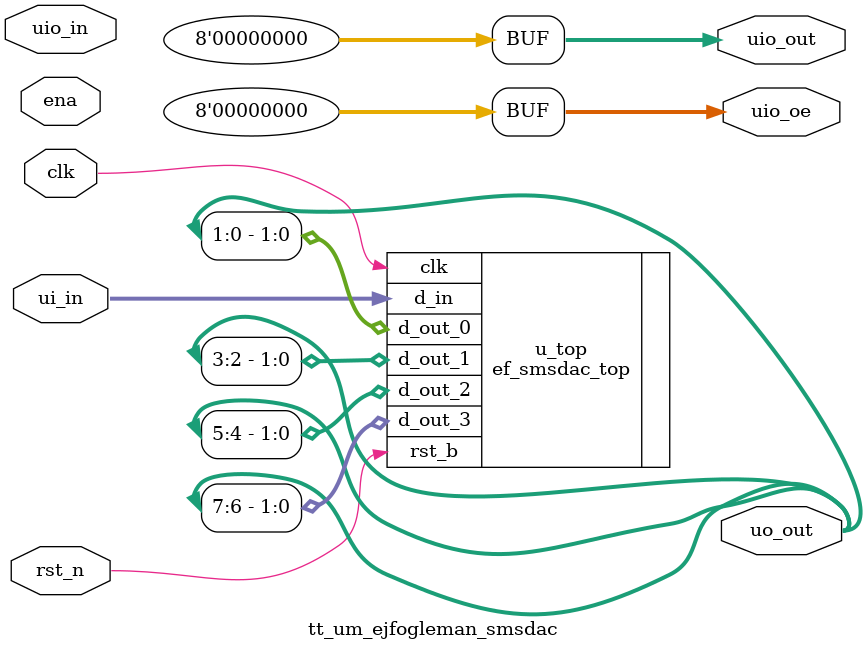
<source format=v>
/*
 * Copyright (c) 2024 Eric Fogleman
 * SPDX-License-Identifier: Apache-2.0
 *
 * TT project wrapper for ef_smsdac
 * 1-10 MHz Segmented mismatch-shaping DAC 
 * Input clock at 1-50 MHz 
 * 8-b unsigned input data on ui_in[7:0]; sync'd to clk (oversampled)
 * uo_out[7:0] connect to {8x, 4x, 2x, 1x} weight 3-level DACs
 * uio currently unused (create SPI data interface in future)
 */

`default_nettype none

module tt_um_ejfogleman_smsdac (
    input  wire [7:0] ui_in,    // Dedicated inputs
    output wire [7:0] uo_out,   // Dedicated outputs
    /* verilator lint_off UNUSEDSIGNAL */
    input  wire [7:0] uio_in,   // IOs: Input path
    /* verilator lint_on UNUSEDSIGNAL */
    output wire [7:0] uio_out,  // IOs: Output path
    output wire [7:0] uio_oe,   // IOs: Enable path (active high: 0=input, 1=output)
    /* verilator lint_off UNUSEDSIGNAL */
    input  wire       ena,      // will go high when the design is enabled
    /* verilator lint_on UNUSEDSIGNAL */
    input  wire       clk,      // clock
    input  wire       rst_n     // reset_n - low to reset
    );

  // uio currently unused.
  assign uio_out = 0;
  assign uio_oe  = 0;

  ef_smsdac_top u_top( 
    .clk(clk), 
    .rst_b(rst_n), 
    .d_in(ui_in[7:0]), 
    .d_out_3(uo_out[7:6]), 
    .d_out_2(uo_out[5:4]), 
    .d_out_1(uo_out[3:2]), 
    .d_out_0(uo_out[1:0]) );

endmodule

</source>
